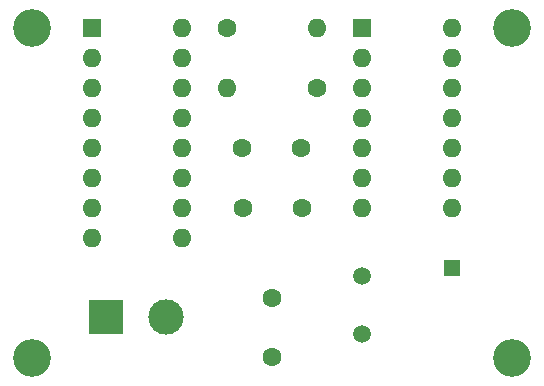
<source format=gbr>
%TF.GenerationSoftware,KiCad,Pcbnew,7.0.9*%
%TF.CreationDate,2023-11-22T20:22:54-05:00*%
%TF.ProjectId,tick-circuit,7469636b-2d63-4697-9263-7569742e6b69,rev?*%
%TF.SameCoordinates,Original*%
%TF.FileFunction,Soldermask,Top*%
%TF.FilePolarity,Negative*%
%FSLAX46Y46*%
G04 Gerber Fmt 4.6, Leading zero omitted, Abs format (unit mm)*
G04 Created by KiCad (PCBNEW 7.0.9) date 2023-11-22 20:22:54*
%MOMM*%
%LPD*%
G01*
G04 APERTURE LIST*
%ADD10R,1.350000X1.350000*%
%ADD11C,1.600000*%
%ADD12O,1.600000X1.600000*%
%ADD13R,1.600000X1.600000*%
%ADD14C,3.200000*%
%ADD15C,1.500000*%
%ADD16R,3.000000X3.000000*%
%ADD17C,3.000000*%
G04 APERTURE END LIST*
D10*
%TO.C,J2*%
X50800000Y-35560000D03*
%TD*%
D11*
%TO.C,R2*%
X31750000Y-15240000D03*
D12*
X39370000Y-15240000D03*
%TD*%
D11*
%TO.C,R1*%
X39370000Y-20320000D03*
D12*
X31750000Y-20320000D03*
%TD*%
D13*
%TO.C,U1*%
X20320000Y-15240000D03*
D12*
X20320000Y-17780000D03*
X20320000Y-20320000D03*
X20320000Y-22860000D03*
X20320000Y-25400000D03*
X20320000Y-27940000D03*
X20320000Y-30480000D03*
X20320000Y-33020000D03*
X27940000Y-33020000D03*
X27940000Y-30480000D03*
X27940000Y-27940000D03*
X27940000Y-25400000D03*
X27940000Y-22860000D03*
X27940000Y-20320000D03*
X27940000Y-17780000D03*
X27940000Y-15240000D03*
%TD*%
D14*
%TO.C,REF\u002A\u002A*%
X55880000Y-43180000D03*
%TD*%
%TO.C,REF\u002A\u002A*%
X15240000Y-43180000D03*
%TD*%
D11*
%TO.C,C2*%
X38100000Y-30480000D03*
X33100000Y-30480000D03*
%TD*%
D15*
%TO.C,X1*%
X43180000Y-41120000D03*
X43180000Y-36240000D03*
%TD*%
D11*
%TO.C,C3*%
X35560000Y-43100000D03*
X35560000Y-38100000D03*
%TD*%
D14*
%TO.C,REF\u002A\u002A*%
X55880000Y-15240000D03*
%TD*%
%TO.C,REF\u002A\u002A*%
X15240000Y-15240000D03*
%TD*%
D16*
%TO.C,J1*%
X21480000Y-39690000D03*
D17*
X26560000Y-39690000D03*
%TD*%
D13*
%TO.C,U2*%
X43180000Y-15240000D03*
D12*
X43180000Y-17780000D03*
X43180000Y-20320000D03*
X43180000Y-22860000D03*
X43180000Y-25400000D03*
X43180000Y-27940000D03*
X43180000Y-30480000D03*
X50800000Y-30480000D03*
X50800000Y-27940000D03*
X50800000Y-25400000D03*
X50800000Y-22860000D03*
X50800000Y-20320000D03*
X50800000Y-17780000D03*
X50800000Y-15240000D03*
%TD*%
D11*
%TO.C,C1*%
X33020000Y-25400000D03*
X38020000Y-25400000D03*
%TD*%
M02*

</source>
